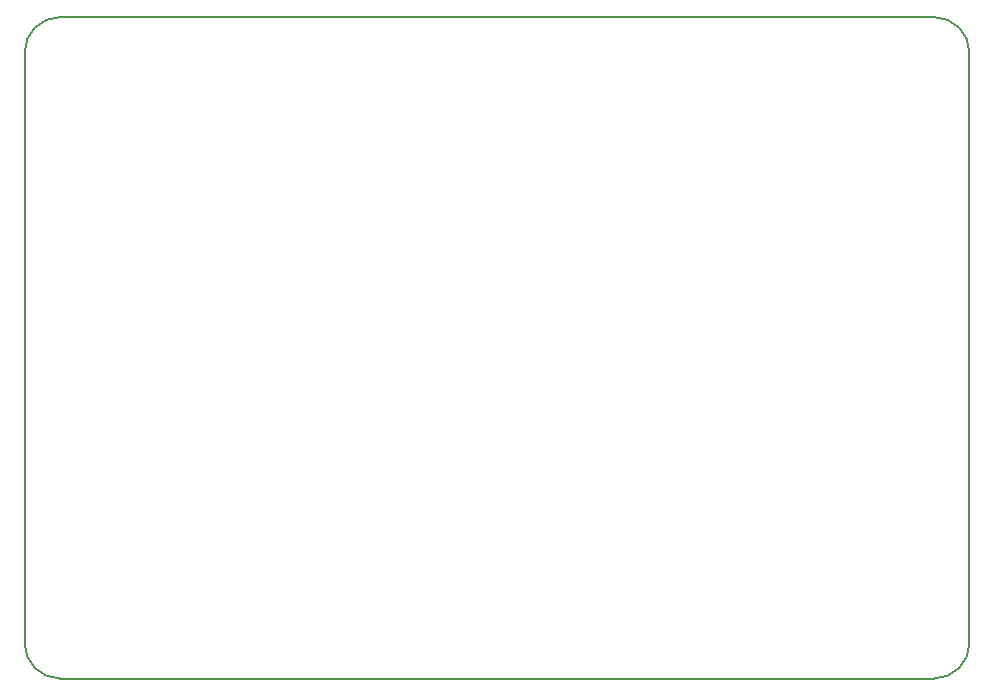
<source format=gbr>
%TF.GenerationSoftware,KiCad,Pcbnew,(5.1.10)-1*%
%TF.CreationDate,2022-02-21T21:57:19+01:00*%
%TF.ProjectId,BSPD-CV_3_0_00a,42535044-2d43-4565-9f33-5f305f303061,rev?*%
%TF.SameCoordinates,Original*%
%TF.FileFunction,Profile,NP*%
%FSLAX46Y46*%
G04 Gerber Fmt 4.6, Leading zero omitted, Abs format (unit mm)*
G04 Created by KiCad (PCBNEW (5.1.10)-1) date 2022-02-21 21:57:19*
%MOMM*%
%LPD*%
G01*
G04 APERTURE LIST*
%TA.AperFunction,Profile*%
%ADD10C,0.150000*%
%TD*%
G04 APERTURE END LIST*
D10*
X153000000Y-151000000D02*
G75*
G02*
X150000000Y-148000000I0J3000000D01*
G01*
X230000000Y-148000000D02*
G75*
G02*
X227000000Y-151000000I-3000000J0D01*
G01*
X227000000Y-95000000D02*
G75*
G02*
X230000000Y-98000000I0J-3000000D01*
G01*
X150000000Y-98000000D02*
G75*
G02*
X153000000Y-95000000I3000000J0D01*
G01*
X153000000Y-95000000D02*
X227000000Y-95000000D01*
X153000000Y-151000000D02*
X227000000Y-151000000D01*
X230000000Y-98000000D02*
X230000000Y-148000000D01*
X150000000Y-98000000D02*
X150000000Y-148000000D01*
M02*

</source>
